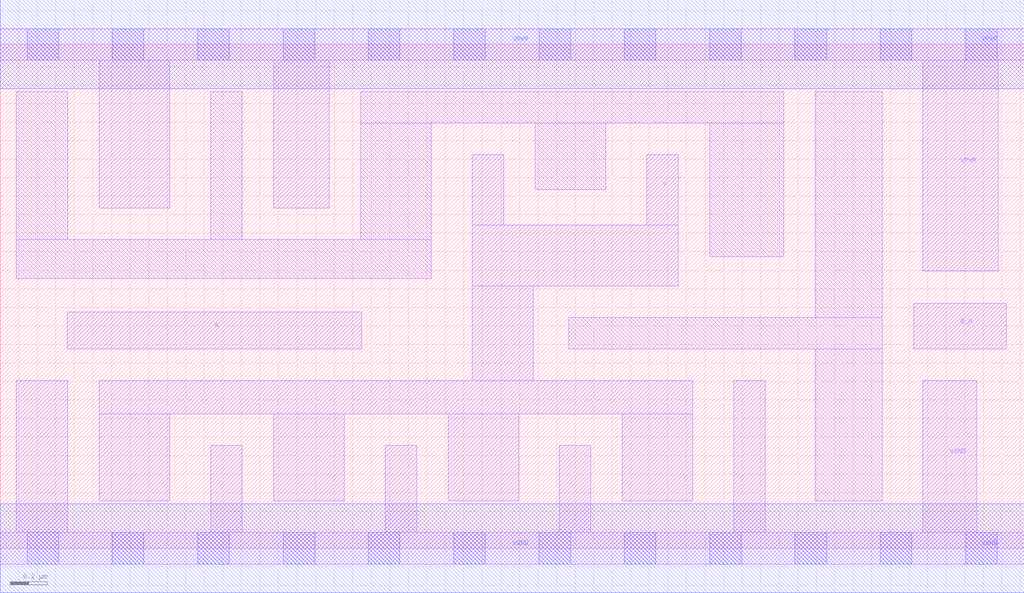
<source format=lef>
# Copyright 2020 The SkyWater PDK Authors
#
# Licensed under the Apache License, Version 2.0 (the "License");
# you may not use this file except in compliance with the License.
# You may obtain a copy of the License at
#
#     https://www.apache.org/licenses/LICENSE-2.0
#
# Unless required by applicable law or agreed to in writing, software
# distributed under the License is distributed on an "AS IS" BASIS,
# WITHOUT WARRANTIES OR CONDITIONS OF ANY KIND, either express or implied.
# See the License for the specific language governing permissions and
# limitations under the License.
#
# SPDX-License-Identifier: Apache-2.0

VERSION 5.7 ;
  NAMESCASESENSITIVE ON ;
  NOWIREEXTENSIONATPIN ON ;
  DIVIDERCHAR "/" ;
  BUSBITCHARS "[]" ;
UNITS
  DATABASE MICRONS 200 ;
END UNITS
PROPERTYDEFINITIONS
  MACRO maskLayoutSubType STRING ;
  MACRO prCellType STRING ;
  MACRO originalViewName STRING ;
END PROPERTYDEFINITIONS
MACRO sky130_fd_sc_hdll__nor2b_4
  CLASS CORE ;
  FOREIGN sky130_fd_sc_hdll__nor2b_4 ;
  ORIGIN  0.000000  0.000000 ;
  SIZE  5.520000 BY  2.720000 ;
  SYMMETRY X Y R90 ;
  SITE unithd ;
  PIN A
    ANTENNAGATEAREA  1.110000 ;
    DIRECTION INPUT ;
    USE SIGNAL ;
    PORT
      LAYER li1 ;
        RECT 0.360000 1.075000 1.950000 1.275000 ;
    END
  END A
  PIN B_N
    ANTENNAGATEAREA  0.277500 ;
    DIRECTION INPUT ;
    USE SIGNAL ;
    PORT
      LAYER li1 ;
        RECT 4.925000 1.075000 5.425000 1.320000 ;
    END
  END B_N
  PIN VGND
    ANTENNADIFFAREA  1.183000 ;
    DIRECTION INOUT ;
    USE SIGNAL ;
    PORT
      LAYER li1 ;
        RECT 0.000000 -0.085000 5.520000 0.085000 ;
        RECT 0.085000  0.085000 0.365000 0.905000 ;
        RECT 1.135000  0.085000 1.305000 0.555000 ;
        RECT 2.075000  0.085000 2.245000 0.555000 ;
        RECT 3.015000  0.085000 3.185000 0.555000 ;
        RECT 3.955000  0.085000 4.125000 0.905000 ;
        RECT 4.975000  0.085000 5.265000 0.905000 ;
      LAYER mcon ;
        RECT 0.145000 -0.085000 0.315000 0.085000 ;
        RECT 0.605000 -0.085000 0.775000 0.085000 ;
        RECT 1.065000 -0.085000 1.235000 0.085000 ;
        RECT 1.525000 -0.085000 1.695000 0.085000 ;
        RECT 1.985000 -0.085000 2.155000 0.085000 ;
        RECT 2.445000 -0.085000 2.615000 0.085000 ;
        RECT 2.905000 -0.085000 3.075000 0.085000 ;
        RECT 3.365000 -0.085000 3.535000 0.085000 ;
        RECT 3.825000 -0.085000 3.995000 0.085000 ;
        RECT 4.285000 -0.085000 4.455000 0.085000 ;
        RECT 4.745000 -0.085000 4.915000 0.085000 ;
        RECT 5.205000 -0.085000 5.375000 0.085000 ;
      LAYER met1 ;
        RECT 0.000000 -0.240000 5.520000 0.240000 ;
    END
  END VGND
  PIN VPWR
    ANTENNADIFFAREA  0.870000 ;
    DIRECTION INOUT ;
    USE SIGNAL ;
    PORT
      LAYER li1 ;
        RECT 0.000000 2.635000 5.520000 2.805000 ;
        RECT 0.535000 1.835000 0.915000 2.635000 ;
        RECT 1.475000 1.835000 1.775000 2.635000 ;
        RECT 4.975000 1.495000 5.380000 2.635000 ;
      LAYER mcon ;
        RECT 0.145000 2.635000 0.315000 2.805000 ;
        RECT 0.605000 2.635000 0.775000 2.805000 ;
        RECT 1.065000 2.635000 1.235000 2.805000 ;
        RECT 1.525000 2.635000 1.695000 2.805000 ;
        RECT 1.985000 2.635000 2.155000 2.805000 ;
        RECT 2.445000 2.635000 2.615000 2.805000 ;
        RECT 2.905000 2.635000 3.075000 2.805000 ;
        RECT 3.365000 2.635000 3.535000 2.805000 ;
        RECT 3.825000 2.635000 3.995000 2.805000 ;
        RECT 4.285000 2.635000 4.455000 2.805000 ;
        RECT 4.745000 2.635000 4.915000 2.805000 ;
        RECT 5.205000 2.635000 5.375000 2.805000 ;
      LAYER met1 ;
        RECT 0.000000 2.480000 5.520000 2.960000 ;
    END
  END VPWR
  PIN Y
    ANTENNADIFFAREA  1.444500 ;
    DIRECTION OUTPUT ;
    USE SIGNAL ;
    PORT
      LAYER li1 ;
        RECT 0.535000 0.255000 0.915000 0.725000 ;
        RECT 0.535000 0.725000 3.735000 0.905000 ;
        RECT 1.475000 0.255000 1.855000 0.725000 ;
        RECT 2.415000 0.255000 2.795000 0.725000 ;
        RECT 2.545000 0.905000 2.875000 1.415000 ;
        RECT 2.545000 1.415000 3.655000 1.745000 ;
        RECT 2.545000 1.745000 2.715000 2.125000 ;
        RECT 3.355000 0.255000 3.735000 0.725000 ;
        RECT 3.485000 1.745000 3.655000 2.125000 ;
    END
  END Y
  OBS
    LAYER li1 ;
      RECT 0.085000 1.455000 2.325000 1.665000 ;
      RECT 0.085000 1.665000 0.365000 2.465000 ;
      RECT 1.135000 1.665000 1.305000 2.465000 ;
      RECT 1.945000 1.665000 2.325000 2.295000 ;
      RECT 1.945000 2.295000 4.225000 2.465000 ;
      RECT 2.885000 1.935000 3.265000 2.295000 ;
      RECT 3.065000 1.075000 4.755000 1.245000 ;
      RECT 3.825000 1.575000 4.225000 2.295000 ;
      RECT 4.395000 0.255000 4.755000 1.075000 ;
      RECT 4.395000 1.245000 4.755000 2.465000 ;
  END
  PROPERTY maskLayoutSubType "abstract" ;
  PROPERTY prCellType "standard" ;
  PROPERTY originalViewName "layout" ;
END sky130_fd_sc_hdll__nor2b_4

</source>
